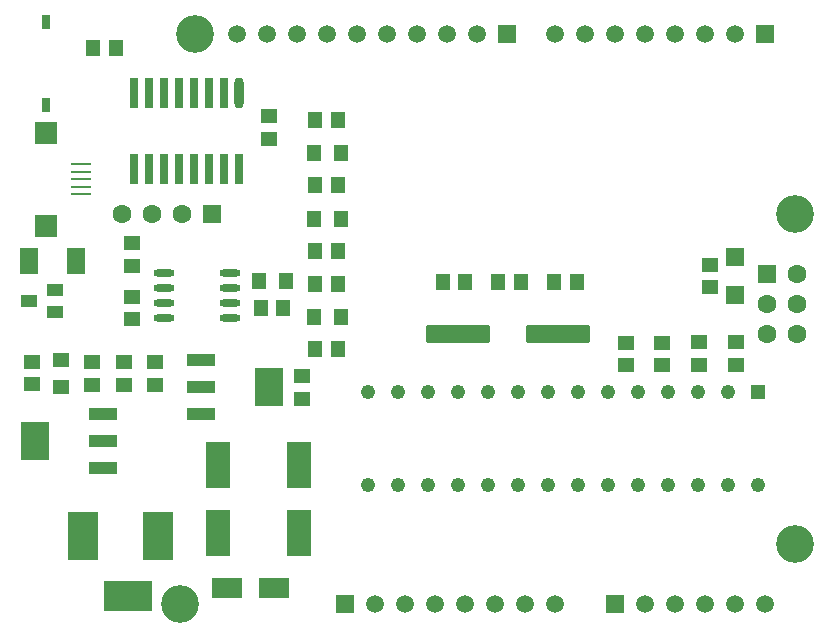
<source format=gts>
G04*
G04 #@! TF.GenerationSoftware,Altium Limited,Altium Designer,21.3.2 (30)*
G04*
G04 Layer_Color=8388736*
%FSLAX24Y24*%
%MOIN*%
G70*
G04*
G04 #@! TF.SameCoordinates,59271FD7-B20C-4586-966E-2D71E4A343A8*
G04*
G04*
G04 #@! TF.FilePolarity,Negative*
G04*
G01*
G75*
%ADD23R,0.0472X0.0551*%
%ADD24R,0.0700X0.0100*%
%ADD25R,0.0551X0.0472*%
%ADD26O,0.0709X0.0236*%
%ADD27R,0.0500X0.0550*%
%ADD28R,0.0748X0.0748*%
G04:AMPARAMS|DCode=29|XSize=216.5mil|YSize=59.1mil|CornerRadius=7.4mil|HoleSize=0mil|Usage=FLASHONLY|Rotation=0.000|XOffset=0mil|YOffset=0mil|HoleType=Round|Shape=RoundedRectangle|*
%AMROUNDEDRECTD29*
21,1,0.2165,0.0443,0,0,0.0*
21,1,0.2018,0.0591,0,0,0.0*
1,1,0.0148,0.1009,-0.0221*
1,1,0.0148,-0.1009,-0.0221*
1,1,0.0148,-0.1009,0.0221*
1,1,0.0148,0.1009,0.0221*
%
%ADD29ROUNDEDRECTD29*%
%ADD30R,0.0945X0.1299*%
%ADD31R,0.0945X0.0394*%
%ADD34R,0.0551X0.0394*%
%ADD35R,0.0550X0.0500*%
%ADD36R,0.0640X0.0900*%
%ADD37R,0.0591X0.0591*%
%ADD38R,0.0984X0.0669*%
%ADD39R,0.0787X0.1575*%
%ADD40R,0.0315X0.0472*%
%ADD41R,0.0310X0.1044*%
%ADD42O,0.0310X0.1044*%
%ADD43C,0.0489*%
%ADD44R,0.0489X0.0489*%
%ADD45R,0.0630X0.0630*%
%ADD46C,0.0630*%
%ADD47R,0.0598X0.0598*%
%ADD48C,0.0598*%
%ADD49R,0.0630X0.0630*%
%ADD50R,0.1000X0.1600*%
%ADD51R,0.1600X0.1000*%
%ADD52C,0.1260*%
D23*
X53642Y58130D02*
D03*
X54390D02*
D03*
X59234Y49454D02*
D03*
X59982D02*
D03*
X67900Y50327D02*
D03*
X67152D02*
D03*
X69008Y50330D02*
D03*
X69756D02*
D03*
X66042Y50333D02*
D03*
X65294D02*
D03*
X61792Y48084D02*
D03*
X61044D02*
D03*
X61802Y51363D02*
D03*
X61054D02*
D03*
X61802Y55734D02*
D03*
X61054D02*
D03*
X61802Y50270D02*
D03*
X61054D02*
D03*
X61802Y53548D02*
D03*
X61054D02*
D03*
D24*
X53238Y53755D02*
D03*
Y54011D02*
D03*
Y53255D02*
D03*
Y53499D02*
D03*
Y54267D02*
D03*
D25*
X54924Y49836D02*
D03*
Y49088D02*
D03*
X54954Y51616D02*
D03*
Y50868D02*
D03*
X53621Y46909D02*
D03*
Y47657D02*
D03*
X54656Y46909D02*
D03*
Y47657D02*
D03*
X55691Y46909D02*
D03*
Y47657D02*
D03*
X73841Y47567D02*
D03*
Y48315D02*
D03*
X74194Y50158D02*
D03*
Y50906D02*
D03*
X51596Y47672D02*
D03*
Y46924D02*
D03*
X72612Y47564D02*
D03*
Y48312D02*
D03*
X71389Y47564D02*
D03*
Y48312D02*
D03*
X75061Y48316D02*
D03*
Y47568D02*
D03*
X59489Y55104D02*
D03*
Y55852D02*
D03*
X60591Y47186D02*
D03*
Y46438D02*
D03*
D26*
X55988Y50640D02*
D03*
Y50140D02*
D03*
Y49640D02*
D03*
Y49140D02*
D03*
X58212Y50640D02*
D03*
Y50140D02*
D03*
Y49640D02*
D03*
Y49140D02*
D03*
D27*
X60072Y50350D02*
D03*
X59172D02*
D03*
X61892Y52432D02*
D03*
X60992D02*
D03*
Y49153D02*
D03*
X61892D02*
D03*
X60992Y54618D02*
D03*
X61892D02*
D03*
D28*
X52070Y52200D02*
D03*
Y55310D02*
D03*
D29*
X65797Y48610D02*
D03*
X69143D02*
D03*
D30*
X51700Y45020D02*
D03*
X59512Y46830D02*
D03*
D31*
X53983Y45926D02*
D03*
Y45020D02*
D03*
Y44114D02*
D03*
X57228Y47736D02*
D03*
Y46830D02*
D03*
Y45924D02*
D03*
D34*
X52356Y49326D02*
D03*
Y50074D02*
D03*
X51490Y49700D02*
D03*
D35*
X52566Y47742D02*
D03*
Y46842D02*
D03*
D36*
X51520Y51040D02*
D03*
X53060D02*
D03*
D37*
X75050Y51160D02*
D03*
Y49900D02*
D03*
D38*
X59667Y40130D02*
D03*
X58093D02*
D03*
D39*
X57800Y41958D02*
D03*
Y44242D02*
D03*
X60510Y41958D02*
D03*
Y44242D02*
D03*
D40*
X52070Y56232D02*
D03*
Y58988D02*
D03*
D41*
X58500Y54080D02*
D03*
X58000D02*
D03*
X57500D02*
D03*
X57000D02*
D03*
X56500D02*
D03*
X56000D02*
D03*
X55500D02*
D03*
X55000D02*
D03*
X55000Y56640D02*
D03*
X55500D02*
D03*
X56000D02*
D03*
X56500D02*
D03*
X57000D02*
D03*
X57500D02*
D03*
X58000D02*
D03*
D42*
X58500D02*
D03*
D43*
X75800Y43550D02*
D03*
X74800D02*
D03*
X73800D02*
D03*
X72800D02*
D03*
X71800D02*
D03*
X70800D02*
D03*
X69800D02*
D03*
X68800D02*
D03*
X67800D02*
D03*
X66800D02*
D03*
X65800D02*
D03*
X64800D02*
D03*
X63800D02*
D03*
X62800D02*
D03*
Y46650D02*
D03*
X63800D02*
D03*
X64800D02*
D03*
X65800D02*
D03*
X66800D02*
D03*
X67800D02*
D03*
X68800D02*
D03*
X69800D02*
D03*
X70800D02*
D03*
X71800D02*
D03*
X72800D02*
D03*
X73800D02*
D03*
X74800D02*
D03*
D44*
X75800D02*
D03*
D45*
X57620Y52600D02*
D03*
D46*
X56620D02*
D03*
X55620D02*
D03*
X54620D02*
D03*
X77100Y50600D02*
D03*
Y49600D02*
D03*
Y48600D02*
D03*
X76100Y49600D02*
D03*
Y48600D02*
D03*
D47*
X71050Y39600D02*
D03*
X62050D02*
D03*
X76050Y58600D02*
D03*
X67450D02*
D03*
D48*
X72050Y39600D02*
D03*
X73050D02*
D03*
X74050D02*
D03*
X75050D02*
D03*
X76050D02*
D03*
X69050D02*
D03*
X68050D02*
D03*
X67050D02*
D03*
X66050D02*
D03*
X65050D02*
D03*
X64050D02*
D03*
X63050D02*
D03*
X69050Y58600D02*
D03*
X70050D02*
D03*
X71050D02*
D03*
X72050D02*
D03*
X73050D02*
D03*
X74050D02*
D03*
X75050D02*
D03*
X65450D02*
D03*
X58450D02*
D03*
X59450D02*
D03*
X60450D02*
D03*
X61450D02*
D03*
X62450D02*
D03*
X63450D02*
D03*
X64450D02*
D03*
X66450D02*
D03*
D49*
X76100Y50600D02*
D03*
D50*
X55790Y41870D02*
D03*
X53290D02*
D03*
D51*
X54790Y39870D02*
D03*
D52*
X77050Y52600D02*
D03*
Y41600D02*
D03*
X56550Y39600D02*
D03*
X57050Y58600D02*
D03*
M02*

</source>
